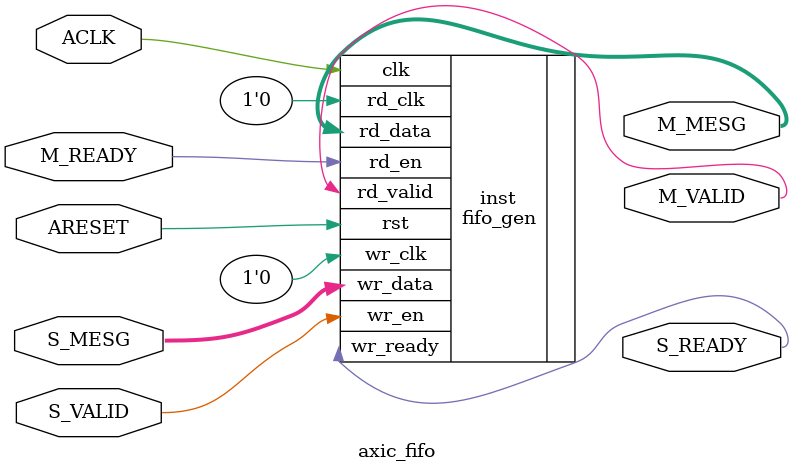
<source format=v>
`timescale 1ps/1ps


module axic_fifo #
  (
   parameter         C_FAMILY          = "virtex6",
   parameter integer C_FIFO_DEPTH_LOG  = 5,      // FIFO depth = 2**C_FIFO_DEPTH_LOG
                                                 // Range = [5:9] when TYPE="lut",
                                                 // Range = [5:12] when TYPE="bram",
   parameter integer C_FIFO_WIDTH      = 64,     // Width of payload [1:512]
   parameter         C_FIFO_TYPE       = "lut"   // "lut" = LUT (SRL) based,
                                                 // "bram" = BRAM based
   )
  (
   // Global inputs
   input  wire                        ACLK,    // Clock
   input  wire                        ARESET,  // Reset
   // Slave  Port
   input  wire [C_FIFO_WIDTH-1:0]     S_MESG,  // Payload (may be any set of channel signals)
   input  wire                        S_VALID, // FIFO push
   output wire                        S_READY, // FIFO not full
   // Master  Port
   output wire [C_FIFO_WIDTH-1:0]     M_MESG,  // Payload
   output wire                        M_VALID, // FIFO not empty
   input  wire                        M_READY  // FIFO pop
   );

   fifo_gen #(
     .C_FAMILY(C_FAMILY),
     .C_COMMON_CLOCK(1),
     .C_FIFO_DEPTH_LOG(C_FIFO_DEPTH_LOG),
     .C_FIFO_WIDTH(C_FIFO_WIDTH),
     .C_FIFO_TYPE(C_FIFO_TYPE))
   inst (
     .clk(ACLK),
     .rst(ARESET),
     .wr_clk(1'b0),
     .wr_en(S_VALID),
     .wr_ready(S_READY),
     .wr_data(S_MESG),
     .rd_clk(1'b0),
     .rd_en(M_READY),
     .rd_valid(M_VALID),
     .rd_data(M_MESG));

endmodule

</source>
